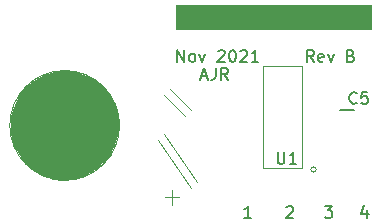
<source format=gbr>
G04 #@! TF.GenerationSoftware,KiCad,Pcbnew,(5.1.5-0-10_14)*
G04 #@! TF.CreationDate,2021-11-24T22:47:10+00:00*
G04 #@! TF.ProjectId,throwie,7468726f-7769-4652-9e6b-696361645f70,rev?*
G04 #@! TF.SameCoordinates,Original*
G04 #@! TF.FileFunction,Legend,Top*
G04 #@! TF.FilePolarity,Positive*
%FSLAX46Y46*%
G04 Gerber Fmt 4.6, Leading zero omitted, Abs format (unit mm)*
G04 Created by KiCad (PCBNEW (5.1.5-0-10_14)) date 2021-11-24 22:47:10*
%MOMM*%
%LPD*%
G04 APERTURE LIST*
%ADD10C,0.150000*%
%ADD11C,0.120000*%
%ADD12C,0.100000*%
%ADD13C,0.200000*%
G04 APERTURE END LIST*
D10*
X39774952Y-150788666D02*
X40251142Y-150788666D01*
X39679714Y-151074380D02*
X40013047Y-150074380D01*
X40346380Y-151074380D01*
X40965428Y-150074380D02*
X40965428Y-150788666D01*
X40917809Y-150931523D01*
X40822571Y-151026761D01*
X40679714Y-151074380D01*
X40584476Y-151074380D01*
X42013047Y-151074380D02*
X41679714Y-150598190D01*
X41441619Y-151074380D02*
X41441619Y-150074380D01*
X41822571Y-150074380D01*
X41917809Y-150122000D01*
X41965428Y-150169619D01*
X42013047Y-150264857D01*
X42013047Y-150407714D01*
X41965428Y-150502952D01*
X41917809Y-150550571D01*
X41822571Y-150598190D01*
X41441619Y-150598190D01*
X49292095Y-149550380D02*
X48958761Y-149074190D01*
X48720666Y-149550380D02*
X48720666Y-148550380D01*
X49101619Y-148550380D01*
X49196857Y-148598000D01*
X49244476Y-148645619D01*
X49292095Y-148740857D01*
X49292095Y-148883714D01*
X49244476Y-148978952D01*
X49196857Y-149026571D01*
X49101619Y-149074190D01*
X48720666Y-149074190D01*
X50101619Y-149502761D02*
X50006380Y-149550380D01*
X49815904Y-149550380D01*
X49720666Y-149502761D01*
X49673047Y-149407523D01*
X49673047Y-149026571D01*
X49720666Y-148931333D01*
X49815904Y-148883714D01*
X50006380Y-148883714D01*
X50101619Y-148931333D01*
X50149238Y-149026571D01*
X50149238Y-149121809D01*
X49673047Y-149217047D01*
X50482571Y-148883714D02*
X50720666Y-149550380D01*
X50958761Y-148883714D01*
X52434952Y-149026571D02*
X52577809Y-149074190D01*
X52625428Y-149121809D01*
X52673047Y-149217047D01*
X52673047Y-149359904D01*
X52625428Y-149455142D01*
X52577809Y-149502761D01*
X52482571Y-149550380D01*
X52101619Y-149550380D01*
X52101619Y-148550380D01*
X52434952Y-148550380D01*
X52530190Y-148598000D01*
X52577809Y-148645619D01*
X52625428Y-148740857D01*
X52625428Y-148836095D01*
X52577809Y-148931333D01*
X52530190Y-148978952D01*
X52434952Y-149026571D01*
X52101619Y-149026571D01*
D11*
X36576000Y-152400000D02*
X38354000Y-154178000D01*
X37084000Y-151892000D02*
X38862000Y-153670000D01*
X36576000Y-155702000D02*
X39370000Y-159766000D01*
X36068000Y-156210000D02*
X38862000Y-160274000D01*
X27808248Y-152050103D02*
G75*
G02X28448000Y-153416000I-1138248J-1365897D01*
G01*
D10*
X37743238Y-149550380D02*
X37743238Y-148550380D01*
X38314666Y-149550380D01*
X38314666Y-148550380D01*
X38933714Y-149550380D02*
X38838476Y-149502761D01*
X38790857Y-149455142D01*
X38743238Y-149359904D01*
X38743238Y-149074190D01*
X38790857Y-148978952D01*
X38838476Y-148931333D01*
X38933714Y-148883714D01*
X39076571Y-148883714D01*
X39171809Y-148931333D01*
X39219428Y-148978952D01*
X39267047Y-149074190D01*
X39267047Y-149359904D01*
X39219428Y-149455142D01*
X39171809Y-149502761D01*
X39076571Y-149550380D01*
X38933714Y-149550380D01*
X39600380Y-148883714D02*
X39838476Y-149550380D01*
X40076571Y-148883714D01*
X41171809Y-148645619D02*
X41219428Y-148598000D01*
X41314666Y-148550380D01*
X41552761Y-148550380D01*
X41648000Y-148598000D01*
X41695619Y-148645619D01*
X41743238Y-148740857D01*
X41743238Y-148836095D01*
X41695619Y-148978952D01*
X41124190Y-149550380D01*
X41743238Y-149550380D01*
X42362285Y-148550380D02*
X42457523Y-148550380D01*
X42552761Y-148598000D01*
X42600380Y-148645619D01*
X42648000Y-148740857D01*
X42695619Y-148931333D01*
X42695619Y-149169428D01*
X42648000Y-149359904D01*
X42600380Y-149455142D01*
X42552761Y-149502761D01*
X42457523Y-149550380D01*
X42362285Y-149550380D01*
X42267047Y-149502761D01*
X42219428Y-149455142D01*
X42171809Y-149359904D01*
X42124190Y-149169428D01*
X42124190Y-148931333D01*
X42171809Y-148740857D01*
X42219428Y-148645619D01*
X42267047Y-148598000D01*
X42362285Y-148550380D01*
X43076571Y-148645619D02*
X43124190Y-148598000D01*
X43219428Y-148550380D01*
X43457523Y-148550380D01*
X43552761Y-148598000D01*
X43600380Y-148645619D01*
X43648000Y-148740857D01*
X43648000Y-148836095D01*
X43600380Y-148978952D01*
X43028952Y-149550380D01*
X43648000Y-149550380D01*
X44600380Y-149550380D02*
X44028952Y-149550380D01*
X44314666Y-149550380D02*
X44314666Y-148550380D01*
X44219428Y-148693238D01*
X44124190Y-148788476D01*
X44028952Y-148836095D01*
X53784476Y-162091714D02*
X53784476Y-162758380D01*
X53546380Y-161710761D02*
X53308285Y-162425047D01*
X53927333Y-162425047D01*
X50212666Y-161758380D02*
X50831714Y-161758380D01*
X50498380Y-162139333D01*
X50641238Y-162139333D01*
X50736476Y-162186952D01*
X50784095Y-162234571D01*
X50831714Y-162329809D01*
X50831714Y-162567904D01*
X50784095Y-162663142D01*
X50736476Y-162710761D01*
X50641238Y-162758380D01*
X50355523Y-162758380D01*
X50260285Y-162710761D01*
X50212666Y-162663142D01*
X46958285Y-161853619D02*
X47005904Y-161806000D01*
X47101142Y-161758380D01*
X47339238Y-161758380D01*
X47434476Y-161806000D01*
X47482095Y-161853619D01*
X47529714Y-161948857D01*
X47529714Y-162044095D01*
X47482095Y-162186952D01*
X46910666Y-162758380D01*
X47529714Y-162758380D01*
X43973714Y-162758380D02*
X43402285Y-162758380D01*
X43688000Y-162758380D02*
X43688000Y-161758380D01*
X43592761Y-161901238D01*
X43497523Y-161996476D01*
X43402285Y-162044095D01*
D12*
G36*
X54102000Y-146812000D02*
G01*
X37592000Y-146812000D01*
X37592000Y-144780000D01*
X54102000Y-144780000D01*
X54102000Y-146812000D01*
G37*
X54102000Y-146812000D02*
X37592000Y-146812000D01*
X37592000Y-144780000D01*
X54102000Y-144780000D01*
X54102000Y-146812000D01*
G36*
X32734000Y-155840000D02*
G01*
X32434000Y-156640000D01*
X32034000Y-157540000D01*
X31434000Y-158140000D01*
X30734000Y-158740000D01*
X29934000Y-159240000D01*
X28934000Y-159440000D01*
X28034000Y-159540000D01*
X27234000Y-159440000D01*
X26334000Y-159140000D01*
X25634000Y-158740000D01*
X25234000Y-158440000D01*
X24634000Y-157840000D01*
X24134000Y-157040000D01*
X23734000Y-156240000D01*
X23634000Y-155240000D01*
X23634000Y-154140000D01*
X24034000Y-153040000D01*
X24434000Y-152240000D01*
X25034000Y-151640000D01*
X25634000Y-151140000D01*
X26434000Y-150640000D01*
X27334000Y-150440000D01*
X28134000Y-150340000D01*
X29034000Y-150440000D01*
X29734000Y-150640000D01*
X30534000Y-150940000D01*
X31234000Y-151540000D01*
X31834000Y-152140000D01*
X32134000Y-152640000D01*
X32434000Y-153240000D01*
X32634000Y-153740000D01*
X32734000Y-154440000D01*
X32734000Y-154940000D01*
X32734000Y-155840000D01*
G37*
X32734000Y-155840000D02*
X32434000Y-156640000D01*
X32034000Y-157540000D01*
X31434000Y-158140000D01*
X30734000Y-158740000D01*
X29934000Y-159240000D01*
X28934000Y-159440000D01*
X28034000Y-159540000D01*
X27234000Y-159440000D01*
X26334000Y-159140000D01*
X25634000Y-158740000D01*
X25234000Y-158440000D01*
X24634000Y-157840000D01*
X24134000Y-157040000D01*
X23734000Y-156240000D01*
X23634000Y-155240000D01*
X23634000Y-154140000D01*
X24034000Y-153040000D01*
X24434000Y-152240000D01*
X25034000Y-151640000D01*
X25634000Y-151140000D01*
X26434000Y-150640000D01*
X27334000Y-150440000D01*
X28134000Y-150340000D01*
X29034000Y-150440000D01*
X29734000Y-150640000D01*
X30534000Y-150940000D01*
X31234000Y-151540000D01*
X31834000Y-152140000D01*
X32134000Y-152640000D01*
X32434000Y-153240000D01*
X32634000Y-153740000D01*
X32734000Y-154440000D01*
X32734000Y-154940000D01*
X32734000Y-155840000D01*
D11*
X32844000Y-154940000D02*
G75*
G03X32844000Y-154940000I-4650000J0D01*
G01*
X49482274Y-158674000D02*
G75*
G03X49482274Y-158674000I-226274J0D01*
G01*
X48276000Y-149919000D02*
X44976000Y-149919000D01*
X48276000Y-158569000D02*
X44976000Y-158569000D01*
X44976000Y-158569000D02*
X44976000Y-149919000D01*
X48276000Y-158569000D02*
X48276000Y-149919000D01*
X37258000Y-161636000D02*
X37258000Y-160436000D01*
X36658000Y-161036000D02*
X37858000Y-161036000D01*
D13*
X52670000Y-153656000D02*
X51470000Y-153656000D01*
D10*
X29486380Y-153349523D02*
X30486380Y-152682857D01*
X29486380Y-152682857D02*
X30486380Y-153349523D01*
X30486380Y-151778095D02*
X30486380Y-152349523D01*
X30486380Y-152063809D02*
X29486380Y-152063809D01*
X29629238Y-152159047D01*
X29724476Y-152254285D01*
X29772095Y-152349523D01*
X46228095Y-157186380D02*
X46228095Y-157995904D01*
X46275714Y-158091142D01*
X46323333Y-158138761D01*
X46418571Y-158186380D01*
X46609047Y-158186380D01*
X46704285Y-158138761D01*
X46751904Y-158091142D01*
X46799523Y-157995904D01*
X46799523Y-157186380D01*
X47799523Y-158186380D02*
X47228095Y-158186380D01*
X47513809Y-158186380D02*
X47513809Y-157186380D01*
X47418571Y-157329238D01*
X47323333Y-157424476D01*
X47228095Y-157472095D01*
X52919333Y-153011142D02*
X52871714Y-153058761D01*
X52728857Y-153106380D01*
X52633619Y-153106380D01*
X52490761Y-153058761D01*
X52395523Y-152963523D01*
X52347904Y-152868285D01*
X52300285Y-152677809D01*
X52300285Y-152534952D01*
X52347904Y-152344476D01*
X52395523Y-152249238D01*
X52490761Y-152154000D01*
X52633619Y-152106380D01*
X52728857Y-152106380D01*
X52871714Y-152154000D01*
X52919333Y-152201619D01*
X53824095Y-152106380D02*
X53347904Y-152106380D01*
X53300285Y-152582571D01*
X53347904Y-152534952D01*
X53443142Y-152487333D01*
X53681238Y-152487333D01*
X53776476Y-152534952D01*
X53824095Y-152582571D01*
X53871714Y-152677809D01*
X53871714Y-152915904D01*
X53824095Y-153011142D01*
X53776476Y-153058761D01*
X53681238Y-153106380D01*
X53443142Y-153106380D01*
X53347904Y-153058761D01*
X53300285Y-153011142D01*
M02*

</source>
